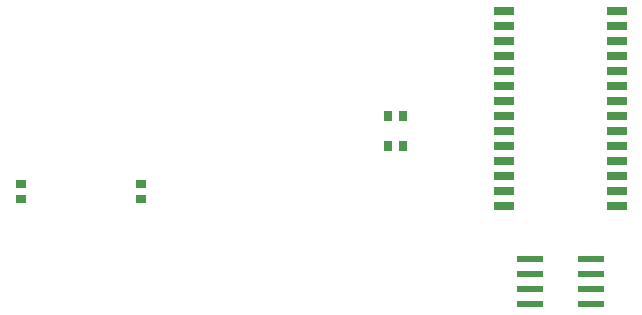
<source format=gtp>
G75*
G70*
%OFA0B0*%
%FSLAX24Y24*%
%IPPOS*%
%LPD*%
%AMOC8*
5,1,8,0,0,1.08239X$1,22.5*
%
%ADD10R,0.0669X0.0256*%
%ADD11R,0.0866X0.0236*%
%ADD12R,0.0276X0.0354*%
%ADD13R,0.0354X0.0276*%
D10*
X019298Y007980D03*
X019298Y008480D03*
X019298Y008980D03*
X019298Y009480D03*
X019298Y009980D03*
X019298Y010480D03*
X019298Y010980D03*
X019298Y011480D03*
X019298Y011980D03*
X019298Y012480D03*
X019298Y012980D03*
X019298Y013480D03*
X019298Y013980D03*
X019298Y014480D03*
X023062Y014480D03*
X023062Y013980D03*
X023062Y013480D03*
X023062Y012980D03*
X023062Y012480D03*
X023062Y011980D03*
X023062Y011480D03*
X023062Y010980D03*
X023062Y010480D03*
X023062Y009980D03*
X023062Y009480D03*
X023062Y008980D03*
X023062Y008480D03*
X023062Y007980D03*
D11*
X022204Y006230D03*
X022204Y005730D03*
X022204Y005230D03*
X022204Y004730D03*
X020156Y004730D03*
X020156Y005230D03*
X020156Y005730D03*
X020156Y006230D03*
D12*
X015936Y009980D03*
X015424Y009980D03*
X015424Y010980D03*
X015936Y010980D03*
D13*
X003180Y008224D03*
X003180Y008736D03*
X007180Y008736D03*
X007180Y008224D03*
M02*

</source>
